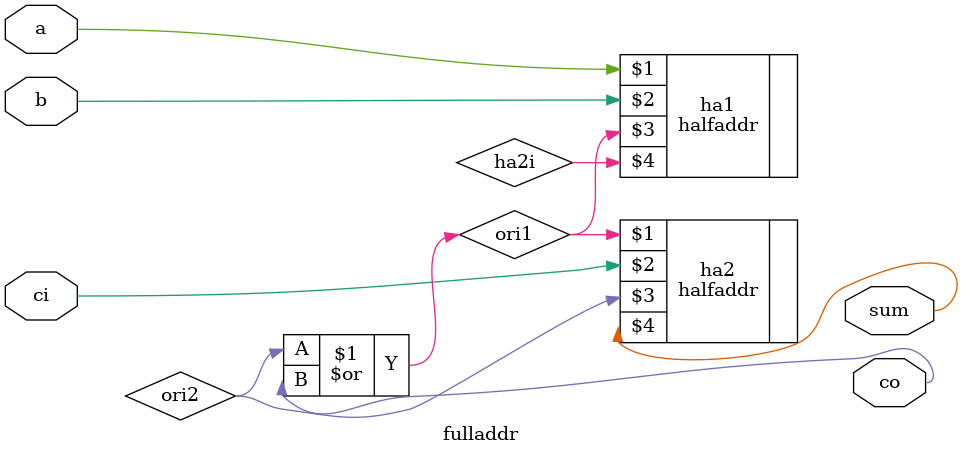
<source format=v>
`timescale 1ns / 1ps
module fulladdr(a,b,ci,sum,co);

input a,b,ci;
output sum,co;

wire ori1,ori2,ha2i;

halfaddr ha1(a,b,ori1,ha2i);
halfaddr ha2(ori1,ci,ori2,sum);

or or1(ori1,ori2,co);

endmodule

</source>
